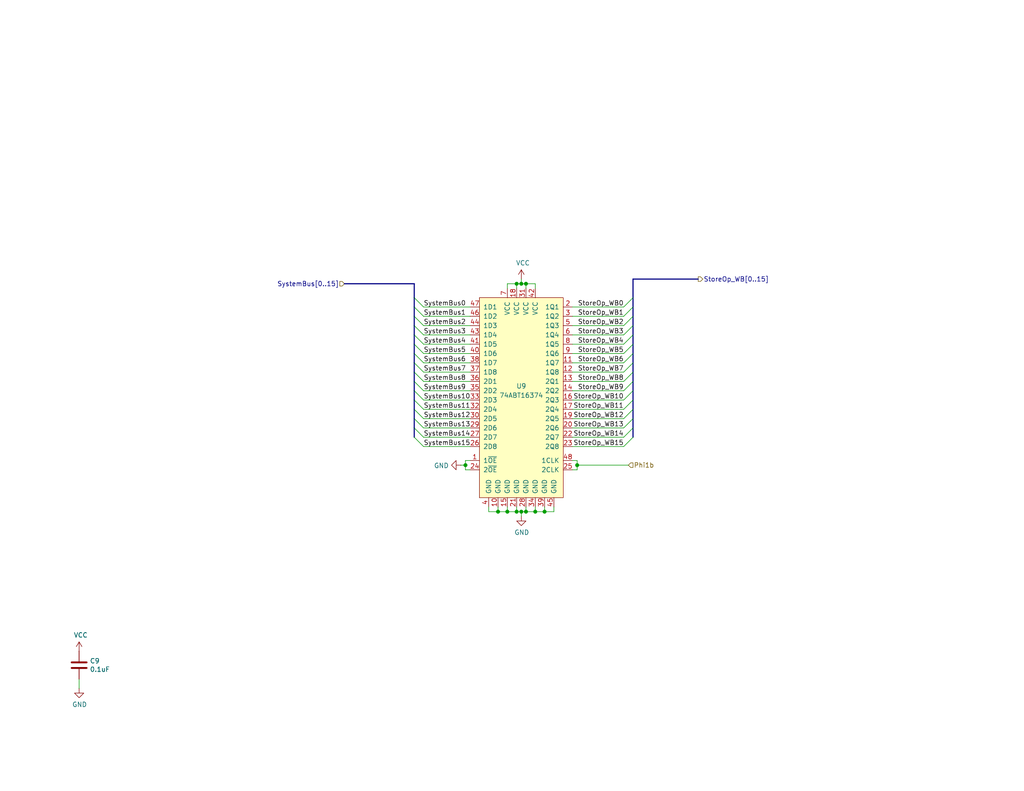
<source format=kicad_sch>
(kicad_sch (version 20250114) (generator "eeschema") (generator_version "9.0")
  (paper "USLetter")
  (title_block (title "MEM/WB: Store Operand Register") (date "2025-07-22") (rev "A"))
  (lib_symbols
    (symbol "Device:C" (pin_numbers (hide yes)) (pin_names (offset 0.254))
      (property "Reference" "C" (at 0.635 2.54 0))
      (property "Value" "C" (at 0.635 -2.54 0))
      (symbol "C_0_1"
        (polyline (pts (xy -2.032 0.762) (xy 2.032 0.762)) (stroke (width 0.508)))
        (polyline (pts (xy -2.032 -0.762) (xy 2.032 -0.762)) (stroke (width 0.508)))
      )
      (symbol "C_1_1"
        (pin passive line (at 0 3.81 270) (length 2.794) (name "~") (number "1"))
        (pin passive line (at 0 -3.81 90) (length 2.794) (name "~") (number "2"))
      )
    )
    (symbol "Turtle16:74ABT16374" (pin_names (offset 1.016))
      (symbol "74ABT16374_0_0"
        (pin input line (at -13.97 21.59 0) (length 2.54) (name "1D1") (number "47"))
        (pin input line (at -13.97 19.05 0) (length 2.54) (name "1D2") (number "46"))
        (pin input line (at -13.97 16.51 0) (length 2.54) (name "1D3") (number "44"))
        (pin input line (at -13.97 13.97 0) (length 2.54) (name "1D4") (number "43"))
        (pin input line (at -13.97 11.43 0) (length 2.54) (name "1D5") (number "41"))
        (pin input line (at -13.97 8.89 0) (length 2.54) (name "1D6") (number "40"))
        (pin input line (at -13.97 6.35 0) (length 2.54) (name "1D7") (number "38"))
        (pin input line (at -13.97 3.81 0) (length 2.54) (name "1D8") (number "37"))
        (pin input line (at -13.97 1.27 0) (length 2.54) (name "2D1") (number "36"))
        (pin input line (at -13.97 -1.27 0) (length 2.54) (name "2D2") (number "35"))
        (pin input line (at -13.97 -3.81 0) (length 2.54) (name "2D3") (number "33"))
        (pin input line (at -13.97 -6.35 0) (length 2.54) (name "2D4") (number "32"))
        (pin input line (at -13.97 -8.89 0) (length 2.54) (name "2D5") (number "30"))
        (pin input line (at -13.97 -11.43 0) (length 2.54) (name "2D6") (number "29"))
        (pin input line (at -13.97 -13.97 0) (length 2.54) (name "2D7") (number "27"))
        (pin input line (at -13.97 -16.51 0) (length 2.54) (name "2D8") (number "26"))
        (pin input line (at -13.97 -20.32 0) (length 2.54) (name "1~{OE}") (number "1"))
        (pin input line (at -13.97 -22.86 0) (length 2.54) (name "2~{OE}") (number "24"))
        (pin power_in line (at -8.89 -33.02 90) (length 2.54) (name "GND") (number "4"))
        (pin power_in line (at -6.35 -33.02 90) (length 2.54) (name "GND") (number "10"))
        (pin power_in line (at -3.81 26.67 270) (length 2.54) (name "VCC") (number "7"))
        (pin power_in line (at -3.81 -33.02 90) (length 2.54) (name "GND") (number "15"))
        (pin power_in line (at -1.27 26.67 270) (length 2.54) (name "VCC") (number "18"))
        (pin power_in line (at -1.27 -33.02 90) (length 2.54) (name "GND") (number "21"))
        (pin power_in line (at 1.27 26.67 270) (length 2.54) (name "VCC") (number "31"))
        (pin power_in line (at 1.27 -33.02 90) (length 2.54) (name "GND") (number "28"))
        (pin power_in line (at 3.81 26.67 270) (length 2.54) (name "VCC") (number "42"))
        (pin power_in line (at 3.81 -33.02 90) (length 2.54) (name "GND") (number "34"))
        (pin power_in line (at 6.35 -33.02 90) (length 2.54) (name "GND") (number "39"))
        (pin power_in line (at 8.89 -33.02 90) (length 2.54) (name "GND") (number "45"))
        (pin tri_state line (at 13.97 21.59 180) (length 2.54) (name "1Q1") (number "2"))
        (pin tri_state line (at 13.97 19.05 180) (length 2.54) (name "1Q2") (number "3"))
        (pin tri_state line (at 13.97 16.51 180) (length 2.54) (name "1Q3") (number "5"))
        (pin tri_state line (at 13.97 13.97 180) (length 2.54) (name "1Q4") (number "6"))
        (pin tri_state line (at 13.97 11.43 180) (length 2.54) (name "1Q5") (number "8"))
        (pin tri_state line (at 13.97 8.89 180) (length 2.54) (name "1Q6") (number "9"))
        (pin tri_state line (at 13.97 6.35 180) (length 2.54) (name "1Q7") (number "11"))
        (pin tri_state line (at 13.97 3.81 180) (length 2.54) (name "1Q8") (number "12"))
        (pin tri_state line (at 13.97 1.27 180) (length 2.54) (name "2Q1") (number "13"))
        (pin tri_state line (at 13.97 -1.27 180) (length 2.54) (name "2Q2") (number "14"))
        (pin tri_state line (at 13.97 -3.81 180) (length 2.54) (name "2Q3") (number "16"))
        (pin tri_state line (at 13.97 -6.35 180) (length 2.54) (name "2Q4") (number "17"))
        (pin tri_state line (at 13.97 -8.89 180) (length 2.54) (name "2Q5") (number "19"))
        (pin tri_state line (at 13.97 -11.43 180) (length 2.54) (name "2Q6") (number "20"))
        (pin tri_state line (at 13.97 -13.97 180) (length 2.54) (name "2Q7") (number "22"))
        (pin tri_state line (at 13.97 -16.51 180) (length 2.54) (name "2Q8") (number "23"))
        (pin input line (at 13.97 -20.32 180) (length 2.54) (name "1CLK") (number "48"))
        (pin input line (at 13.97 -22.86 180) (length 2.54) (name "2CLK") (number "25"))
      )
      (symbol "74ABT16374_0_1"
        (rectangle (start -11.43 24.13) (end 11.43 -30.48) (fill (type background)))
      )
    )
    (symbol "power:GND" (power) (pin_numbers (hide yes)) (pin_names (offset 0) (hide yes))
      (property "Value" "GND" (at 0 -3.81 0))
      (symbol "GND_0_1"
        (polyline (pts (xy 0 0) (xy 0 -1.27) (xy 1.27 -1.27) (xy 0 -2.54) (xy -1.27 -1.27) (xy 0 -1.27)))
      )
      (symbol "GND_1_1"
        (pin power_in line (at 0 0 270) (length 0) (name "~") (number "1"))
      )
    )
    (symbol "power:VCC" (power) (pin_numbers (hide yes)) (pin_names (offset 0) (hide yes))
      (property "Value" "VCC" (at 0 3.556 0))
      (symbol "VCC_0_1"
        (polyline (pts (xy -0.762 1.27) (xy 0 2.54)))
        (polyline (pts (xy 0 2.54) (xy 0.762 1.27)))
        (polyline (pts (xy 0 0) (xy 0 2.54)))
      )
      (symbol "VCC_1_1"
        (pin power_in line (at 0 0 90) (length 0) (name "~") (number "1"))
      )
    )
  )
  (junction (at 140.97 139.7))
  (junction (at 127 127))
  (junction (at 143.51 77.47))
  (junction (at 148.59 139.7))
  (junction (at 157.48 127))
  (junction (at 140.97 77.47))
  (junction (at 142.24 139.7))
  (junction (at 138.43 139.7))
  (junction (at 135.89 139.7))
  (junction (at 142.24 77.47))
  (junction (at 143.51 139.7))
  (junction (at 146.05 139.7))
  (bus_entry (at 172.72 96.52) (size -2.54 2.54))
  (bus_entry (at 113.03 96.52) (size 2.54 2.54))
  (bus_entry (at 113.03 93.98) (size 2.54 2.54))
  (bus_entry (at 113.03 111.76) (size 2.54 2.54))
  (bus_entry (at 172.72 116.84) (size -2.54 2.54))
  (bus_entry (at 113.03 81.28) (size 2.54 2.54))
  (bus_entry (at 172.72 91.44) (size -2.54 2.54))
  (bus_entry (at 113.03 101.6) (size 2.54 2.54))
  (bus_entry (at 113.03 114.3) (size 2.54 2.54))
  (bus_entry (at 113.03 119.38) (size 2.54 2.54))
  (bus_entry (at 172.72 83.82) (size -2.54 2.54))
  (bus_entry (at 172.72 99.06) (size -2.54 2.54))
  (bus_entry (at 172.72 109.22) (size -2.54 2.54))
  (bus_entry (at 172.72 81.28) (size -2.54 2.54))
  (bus_entry (at 113.03 91.44) (size 2.54 2.54))
  (bus_entry (at 113.03 106.68) (size 2.54 2.54))
  (bus_entry (at 172.72 111.76) (size -2.54 2.54))
  (bus_entry (at 172.72 86.36) (size -2.54 2.54))
  (bus_entry (at 172.72 119.38) (size -2.54 2.54))
  (bus_entry (at 172.72 93.98) (size -2.54 2.54))
  (bus_entry (at 113.03 99.06) (size 2.54 2.54))
  (bus_entry (at 113.03 86.36) (size 2.54 2.54))
  (bus_entry (at 172.72 106.68) (size -2.54 2.54))
  (bus_entry (at 172.72 101.6) (size -2.54 2.54))
  (bus_entry (at 113.03 104.14) (size 2.54 2.54))
  (bus_entry (at 113.03 88.9) (size 2.54 2.54))
  (bus_entry (at 172.72 104.14) (size -2.54 2.54))
  (bus_entry (at 113.03 83.82) (size 2.54 2.54))
  (bus_entry (at 113.03 109.22) (size 2.54 2.54))
  (bus_entry (at 113.03 116.84) (size 2.54 2.54))
  (bus_entry (at 172.72 114.3) (size -2.54 2.54))
  (bus_entry (at 172.72 88.9) (size -2.54 2.54))
  (wire (pts (xy 115.57 109.22) (xy 128.27 109.22)))
  (bus (pts (xy 113.03 93.98) (xy 113.03 96.52)))
  (bus (pts (xy 172.72 76.2) (xy 172.72 81.28)))
  (wire (pts (xy 128.27 125.73) (xy 127 125.73)))
  (wire (pts (xy 21.59 187.96) (xy 21.59 185.42)))
  (bus (pts (xy 172.72 83.82) (xy 172.72 86.36)))
  (bus (pts (xy 93.98 77.47) (xy 113.03 77.47)))
  (wire (pts (xy 142.24 76.2) (xy 142.24 77.47)))
  (bus (pts (xy 113.03 88.9) (xy 113.03 91.44)))
  (bus (pts (xy 172.72 81.28) (xy 172.72 83.82)))
  (wire (pts (xy 170.18 119.38) (xy 156.21 119.38)))
  (wire (pts (xy 135.89 139.7) (xy 138.43 139.7)))
  (wire (pts (xy 127 127) (xy 127 128.27)))
  (wire (pts (xy 115.57 114.3) (xy 128.27 114.3)))
  (wire (pts (xy 170.18 114.3) (xy 156.21 114.3)))
  (wire (pts (xy 142.24 139.7) (xy 143.51 139.7)))
  (wire (pts (xy 170.18 116.84) (xy 156.21 116.84)))
  (wire (pts (xy 115.57 116.84) (xy 128.27 116.84)))
  (wire (pts (xy 115.57 99.06) (xy 128.27 99.06)))
  (wire (pts (xy 143.51 139.7) (xy 146.05 139.7)))
  (wire (pts (xy 148.59 139.7) (xy 151.13 139.7)))
  (bus (pts (xy 113.03 83.82) (xy 113.03 86.36)))
  (wire (pts (xy 115.57 96.52) (xy 128.27 96.52)))
  (wire (pts (xy 135.89 138.43) (xy 135.89 139.7)))
  (wire (pts (xy 170.18 93.98) (xy 156.21 93.98)))
  (wire (pts (xy 157.48 127) (xy 171.45 127)))
  (bus (pts (xy 172.72 109.22) (xy 172.72 111.76)))
  (wire (pts (xy 138.43 138.43) (xy 138.43 139.7)))
  (bus (pts (xy 172.72 86.36) (xy 172.72 88.9)))
  (bus (pts (xy 113.03 91.44) (xy 113.03 93.98)))
  (wire (pts (xy 138.43 78.74) (xy 138.43 77.47)))
  (wire (pts (xy 115.57 106.68) (xy 128.27 106.68)))
  (wire (pts (xy 115.57 101.6) (xy 128.27 101.6)))
  (bus (pts (xy 113.03 104.14) (xy 113.03 106.68)))
  (wire (pts (xy 170.18 121.92) (xy 156.21 121.92)))
  (wire (pts (xy 115.57 86.36) (xy 128.27 86.36)))
  (wire (pts (xy 146.05 139.7) (xy 148.59 139.7)))
  (wire (pts (xy 133.35 138.43) (xy 133.35 139.7)))
  (wire (pts (xy 115.57 93.98) (xy 128.27 93.98)))
  (wire (pts (xy 170.18 104.14) (xy 156.21 104.14)))
  (wire (pts (xy 170.18 86.36) (xy 156.21 86.36)))
  (wire (pts (xy 127 128.27) (xy 128.27 128.27)))
  (wire (pts (xy 142.24 139.7) (xy 142.24 140.97)))
  (wire (pts (xy 143.51 78.74) (xy 143.51 77.47)))
  (wire (pts (xy 143.51 138.43) (xy 143.51 139.7)))
  (bus (pts (xy 172.72 106.68) (xy 172.72 109.22)))
  (wire (pts (xy 170.18 101.6) (xy 156.21 101.6)))
  (bus (pts (xy 113.03 106.68) (xy 113.03 109.22)))
  (bus (pts (xy 113.03 99.06) (xy 113.03 101.6)))
  (wire (pts (xy 170.18 111.76) (xy 156.21 111.76)))
  (wire (pts (xy 146.05 138.43) (xy 146.05 139.7)))
  (bus (pts (xy 113.03 77.47) (xy 113.03 81.28)))
  (wire (pts (xy 157.48 127) (xy 157.48 128.27)))
  (wire (pts (xy 115.57 111.76) (xy 128.27 111.76)))
  (wire (pts (xy 170.18 83.82) (xy 156.21 83.82)))
  (bus (pts (xy 172.72 111.76) (xy 172.72 114.3)))
  (wire (pts (xy 148.59 138.43) (xy 148.59 139.7)))
  (wire (pts (xy 127 125.73) (xy 127 127)))
  (bus (pts (xy 190.5 76.2) (xy 172.72 76.2)))
  (bus (pts (xy 113.03 96.52) (xy 113.03 99.06)))
  (wire (pts (xy 157.48 128.27) (xy 156.21 128.27)))
  (wire (pts (xy 115.57 104.14) (xy 128.27 104.14)))
  (wire (pts (xy 140.97 78.74) (xy 140.97 77.47)))
  (bus (pts (xy 113.03 116.84) (xy 113.03 119.38)))
  (wire (pts (xy 133.35 139.7) (xy 135.89 139.7)))
  (bus (pts (xy 172.72 104.14) (xy 172.72 106.68)))
  (bus (pts (xy 113.03 114.3) (xy 113.03 116.84)))
  (bus (pts (xy 113.03 109.22) (xy 113.03 111.76)))
  (wire (pts (xy 140.97 77.47) (xy 142.24 77.47)))
  (wire (pts (xy 170.18 91.44) (xy 156.21 91.44)))
  (wire (pts (xy 115.57 83.82) (xy 128.27 83.82)))
  (wire (pts (xy 115.57 91.44) (xy 128.27 91.44)))
  (bus (pts (xy 172.72 114.3) (xy 172.72 116.84)))
  (wire (pts (xy 170.18 88.9) (xy 156.21 88.9)))
  (bus (pts (xy 172.72 116.84) (xy 172.72 119.38)))
  (wire (pts (xy 170.18 96.52) (xy 156.21 96.52)))
  (bus (pts (xy 172.72 88.9) (xy 172.72 91.44)))
  (wire (pts (xy 143.51 77.47) (xy 146.05 77.47)))
  (bus (pts (xy 172.72 96.52) (xy 172.72 99.06)))
  (wire (pts (xy 157.48 125.73) (xy 157.48 127)))
  (bus (pts (xy 172.72 99.06) (xy 172.72 101.6)))
  (wire (pts (xy 140.97 138.43) (xy 140.97 139.7)))
  (wire (pts (xy 142.24 77.47) (xy 143.51 77.47)))
  (bus (pts (xy 113.03 81.28) (xy 113.03 83.82)))
  (wire (pts (xy 138.43 77.47) (xy 140.97 77.47)))
  (bus (pts (xy 113.03 86.36) (xy 113.03 88.9)))
  (wire (pts (xy 115.57 119.38) (xy 128.27 119.38)))
  (bus (pts (xy 172.72 91.44) (xy 172.72 93.98)))
  (wire (pts (xy 151.13 139.7) (xy 151.13 138.43)))
  (bus (pts (xy 113.03 111.76) (xy 113.03 114.3)))
  (bus (pts (xy 113.03 101.6) (xy 113.03 104.14)))
  (wire (pts (xy 146.05 77.47) (xy 146.05 78.74)))
  (wire (pts (xy 115.57 88.9) (xy 128.27 88.9)))
  (wire (pts (xy 140.97 139.7) (xy 142.24 139.7)))
  (wire (pts (xy 138.43 139.7) (xy 140.97 139.7)))
  (bus (pts (xy 172.72 93.98) (xy 172.72 96.52)))
  (wire (pts (xy 170.18 99.06) (xy 156.21 99.06)))
  (wire (pts (xy 127 127) (xy 125.73 127)))
  (bus (pts (xy 172.72 101.6) (xy 172.72 104.14)))
  (wire (pts (xy 170.18 106.68) (xy 156.21 106.68)))
  (wire (pts (xy 156.21 125.73) (xy 157.48 125.73)))
  (wire (pts (xy 170.18 109.22) (xy 156.21 109.22)))
  (wire (pts (xy 115.57 121.92) (xy 128.27 121.92)))
  (label "SystemBus0" (at 115.57 83.82 0))
  (label "StoreOp_WB0" (at 170.18 83.82 180))
  (label "StoreOp_WB4" (at 170.18 93.98 180))
  (label "StoreOp_WB15" (at 170.18 121.92 180))
  (label "SystemBus8" (at 115.57 104.14 0))
  (label "SystemBus3" (at 115.57 91.44 0))
  (label "SystemBus5" (at 115.57 96.52 0))
  (label "SystemBus11" (at 115.57 111.76 0))
  (label "SystemBus13" (at 115.57 116.84 0))
  (label "StoreOp_WB14" (at 170.18 119.38 180))
  (label "SystemBus1" (at 115.57 86.36 0))
  (label "SystemBus6" (at 115.57 99.06 0))
  (label "StoreOp_WB11" (at 170.18 111.76 180))
  (label "SystemBus15" (at 115.57 121.92 0))
  (label "StoreOp_WB2" (at 170.18 88.9 180))
  (label "SystemBus12" (at 115.57 114.3 0))
  (label "StoreOp_WB7" (at 170.18 101.6 180))
  (label "SystemBus4" (at 115.57 93.98 0))
  (label "StoreOp_WB5" (at 170.18 96.52 180))
  (label "StoreOp_WB9" (at 170.18 106.68 180))
  (label "StoreOp_WB1" (at 170.18 86.36 180))
  (label "SystemBus10" (at 115.57 109.22 0))
  (label "StoreOp_WB10" (at 170.18 109.22 180))
  (label "SystemBus9" (at 115.57 106.68 0))
  (label "StoreOp_WB8" (at 170.18 104.14 180))
  (label "StoreOp_WB12" (at 170.18 114.3 180))
  (label "SystemBus2" (at 115.57 88.9 0))
  (label "SystemBus14" (at 115.57 119.38 0))
  (label "StoreOp_WB13" (at 170.18 116.84 180))
  (label "StoreOp_WB3" (at 170.18 91.44 180))
  (label "StoreOp_WB6" (at 170.18 99.06 180))
  (label "SystemBus7" (at 115.57 101.6 0))
  (hierarchical_label "Phi1b" (shape input) (at 171.45 127 0))
  (hierarchical_label "StoreOp_WB[0..15]" (shape output) (at 190.5 76.2 0))
  (hierarchical_label "SystemBus[0..15]" (shape input) (at 93.98 77.47 180))
  (symbol (lib_id "Device:C") (at 21.59 181.61 0) (unit 1)
    (property "Reference" "C?" (at 24.511 180.4416 0) (effects (justify left)))
    (property "Value" "0.1uF" (at 24.511 182.753 0) (effects (justify left)))
    (property "Footprint" "Capacitor_SMD:C_0603_1608Metric" (effects (hide yes)))
    (property "Datasheet" "https://www.mouser.com/datasheet/2/396/taiyo_yuden_12132018_mlcc11_hq_e-1510082.pdf" (effects (hide yes)))
    (property "Manufacturer" "Taiyo Yuden" (effects (hide yes)))
    (property "Manufacturer#" "EMK107B7104KAHT" (effects (hide yes)))
    (property "Mouser#" "963-EMK107B7104KAHT" (effects (hide yes)))
    (property "Digikey#" "587-6004-1-ND" (effects (hide yes)))
    (instances (project "MEMCard" (path "" (reference "C9") (unit 1))) (project "Turtle16Computer" (path "" (reference "C?") (unit 1))))
  )
  (symbol (lib_id "power:VCC") (at 21.59 177.8 0) (unit 1)
    (property "Reference" "#PWR?" (effects (hide yes)))
    (property "Value" "VCC" (at 22.0218 173.4058 0))
    (property "Description" "Power symbol creates a global label with name \"VCC\"" (effects (hide yes)))
    (instances (project "MEMCard" (path "" (reference "#PWR046") (unit 1))) (project "Turtle16Computer" (path "" (reference "#PWR?") (unit 1))))
  )
  (symbol (lib_id "power:GND") (at 21.59 187.96 0) (unit 1)
    (property "Reference" "#PWR?" (effects (hide yes)))
    (property "Value" "GND" (at 21.717 192.3542 0))
    (property "Description" "Power symbol creates a global label with name \"GND\" , ground" (effects (hide yes)))
    (instances (project "MEMCard" (path "" (reference "#PWR047") (unit 1))) (project "Turtle16Computer" (path "" (reference "#PWR?") (unit 1))))
  )
  (symbol (lib_id "power:GND") (at 125.73 127 270) (unit 1)
    (property "Reference" "#PWR?" (effects (hide yes)))
    (property "Value" "GND" (at 122.4788 127.127 90) (effects (justify right)))
    (property "Description" "Power symbol creates a global label with name \"GND\" , ground" (effects (hide yes)))
    (instances (project "MEMCard" (path "" (reference "#PWR048") (unit 1))) (project "Turtle16Computer" (path "" (reference "#PWR?") (unit 1))))
  )
  (symbol (lib_id "power:VCC") (at 142.24 76.2 0) (unit 1)
    (property "Reference" "#PWR?" (effects (hide yes)))
    (property "Value" "VCC" (at 142.6718 71.8058 0))
    (property "Description" "Power symbol creates a global label with name \"VCC\"" (effects (hide yes)))
    (instances (project "MEMCard" (path "" (reference "#PWR049") (unit 1))) (project "Turtle16Computer" (path "" (reference "#PWR?") (unit 1))))
  )
  (symbol (lib_id "power:GND") (at 142.24 140.97 0) (unit 1)
    (property "Reference" "#PWR?" (effects (hide yes)))
    (property "Value" "GND" (at 142.367 145.3642 0))
    (property "Description" "Power symbol creates a global label with name \"GND\" , ground" (effects (hide yes)))
    (instances (project "MEMCard" (path "" (reference "#PWR050") (unit 1))) (project "Turtle16Computer" (path "" (reference "#PWR?") (unit 1))))
  )
  (symbol (lib_id "Turtle16:74ABT16374") (at 142.24 105.41 0) (unit 1)
    (property "Reference" "U?" (at 142.24 105.41 0))
    (property "Value" "74ABT16374" (at 142.24 107.95 0))
    (property "Footprint" "Package_SO:TSSOP-48_6.1x12.5mm_P0.5mm" (effects (hide yes)))
    (property "Datasheet" "https://www.ti.com/general/docs/suppproductinfo.tsp?distId=26&gotoUrl=https://www.ti.com/lit/gpn/sn74abt16374a" (effects (hide yes)))
    (property "Manufacturer" "Texas Instruments" (effects (hide yes)))
    (property "Manufacturer#" "SN74ABT16374ADGGR" (effects (hide yes)))
    (property "Mouser#" "595-SNABT16374ADGGR" (effects (hide yes)))
    (property "Digikey#" "296-3900-1-ND" (effects (hide yes)))
    (instances (project "MEMCard" (path "" (reference "U9") (unit 1))) (project "Turtle16Computer" (path "" (reference "U?") (unit 1))))
  )
)
</source>
